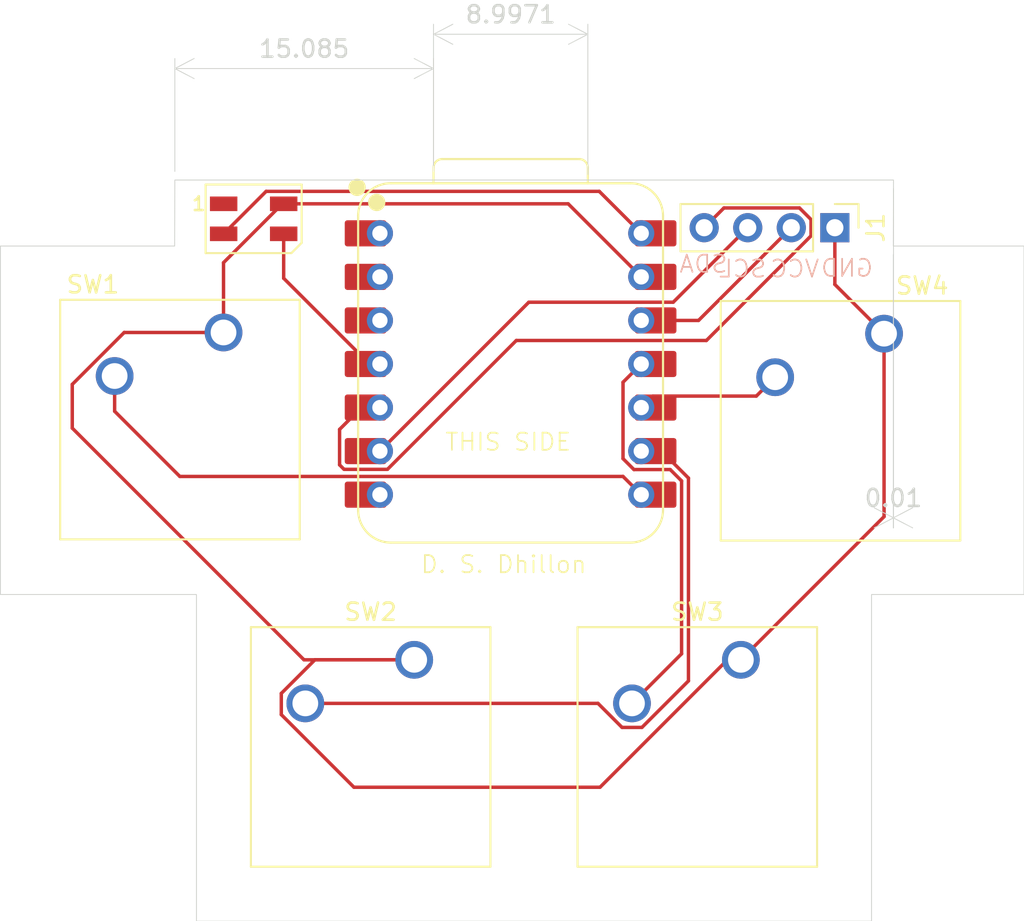
<source format=kicad_pcb>
(kicad_pcb (version 20241229) (generator "pcbnew") (generator_version "9.0")
  (layers (0 "F.Cu" signal) (2 "B.Cu" signal) (13 "F.Paste" user) (15 "B.Paste" user) (5 "F.SilkS" user "F.Silkscreen") (7 "B.SilkS" user "B.Silkscreen") (1 "F.Mask" user) (3 "B.Mask" user) (25 "Edge.Cuts" user))
  (net 0 "")
  (net 1 "GND")
  (net 3 "+5V")
  (net 4 "Net-(D1-DIN)")
  (net 5 "Net-(U1-GPIO3{slash}MOSI)")
  (net 6 "Net-(U1-GPIO4{slash}MISO)")
  (net 7 "Net-(U1-GPIO2{slash}SCK)")
  (net 8 "Net-(U1-GPIO1{slash}RX)")
  (net 11 "Net-(J1-Pin_2)")
  (net 12 "Net-(J1-Pin_4)")
  (net 14 "Net-(J1-Pin_3)")
  (footprint "Button_Switch_Keyboard:SW_Cherry_MX_1.00u_PCB" (layer "F.Cu") (at 196.85 68.58)
    (property "Reference" "SW3" (at -2.54 -2.794 0) (layer "F.SilkS"))
    (property "Value" "SW_Push")
    (fp_line (start -9.525 -1.905) (end 4.445 -1.905) (stroke (width 0.12)) (layer "F.SilkS"))
    (fp_line (start -9.525 12.065) (end -9.525 -1.905) (stroke (width 0.12)) (layer "F.SilkS"))
    (fp_line (start 4.445 -1.905) (end 4.445 12.065) (stroke (width 0.12)) (layer "F.SilkS"))
    (fp_line (start 4.445 12.065) (end -9.525 12.065) (stroke (width 0.12)) (layer "F.SilkS"))
    (pad "" np_thru_hole circle (at -7.62 5.08) (size 1.7 1.7) (drill 1.7) (layers "*.Cu" "*.Mask"))
    (pad "" np_thru_hole circle (at -2.54 5.08) (size 4 4) (drill 4) (layers "*.Cu" "*.Mask"))
    (pad "" np_thru_hole circle (at 2.54 5.08) (size 1.7 1.7) (drill 1.7) (layers "*.Cu" "*.Mask"))
    (pad "1" thru_hole circle (at 0 0) (size 2.2 2.2) (drill 1.5) (layers "*.Cu" "*.Mask") (net 1 "GND"))
    (pad "2" thru_hole circle (at -6.35 2.54) (size 2.2 2.2) (drill 1.5) (layers "*.Cu" "*.Mask") (net 5 "Net-(U1-GPIO3{slash}MOSI)"))
  )
  (footprint "Button_Switch_Keyboard:SW_Cherry_MX_1.00u_PCB" (layer "F.Cu") (at 205.2 49.56)
    (property "Reference" "SW4" (at 2.2225 -2.794 0) (layer "F.SilkS"))
    (property "Value" "SW_Push")
    (fp_line (start -9.525 -1.905) (end 4.445 -1.905) (stroke (width 0.12)) (layer "F.SilkS"))
    (fp_line (start -9.525 12.065) (end -9.525 -1.905) (stroke (width 0.12)) (layer "F.SilkS"))
    (fp_line (start 4.445 -1.905) (end 4.445 12.065) (stroke (width 0.12)) (layer "F.SilkS"))
    (fp_line (start 4.445 12.065) (end -9.525 12.065) (stroke (width 0.12)) (layer "F.SilkS"))
    (pad "" np_thru_hole circle (at -7.62 5.08) (size 1.7 1.7) (drill 1.7) (layers "*.Cu" "*.Mask"))
    (pad "" np_thru_hole circle (at -2.54 5.08) (size 4 4) (drill 4) (layers "*.Cu" "*.Mask"))
    (pad "" np_thru_hole circle (at 2.54 5.08) (size 1.7 1.7) (drill 1.7) (layers "*.Cu" "*.Mask"))
    (pad "1" thru_hole circle (at 0 0) (size 2.2 2.2) (drill 1.5) (layers "*.Cu" "*.Mask") (net 1 "GND"))
    (pad "2" thru_hole circle (at -6.35 2.54) (size 2.2 2.2) (drill 1.5) (layers "*.Cu" "*.Mask") (net 6 "Net-(U1-GPIO4{slash}MISO)"))
  )
  (footprint "LED_SMD:LED_SK6812MINI_PLCC4_3.5x3.5mm_P1.75mm" (layer "F.Cu") (at 168.4375 42.8625)
    (property "Reference" "D1" (hide yes))
    (property "Value" "SK6812MINI")
    (fp_line (start -2.8 -2) (end -2.8 2) (stroke (width 0.12)) (layer "F.SilkS"))
    (fp_line (start -2.8 -2) (end 2.8 -2) (stroke (width 0.12)) (layer "F.SilkS"))
    (fp_line (start -2.8 2) (end 2.2 2) (stroke (width 0.12)) (layer "F.SilkS"))
    (fp_line (start 2.8 1.4) (end 2.2 2) (stroke (width 0.12)) (layer "F.SilkS"))
    (fp_line (start 2.8 1.4) (end 2.8 -2) (stroke (width 0.12)) (layer "F.SilkS"))
    (fp_text user "1" (at -3.2 -0.875 0) (layer "F.SilkS") (effects (font (size 0.8 0.8))))
    (pad "1" smd rect (at -1.75 -0.875) (size 1.6 0.85) (layers "F.Cu" "F.Mask" "F.Paste"))
    (pad "2" smd rect (at -1.75 0.875) (size 1.6 0.85) (layers "F.Cu" "F.Mask" "F.Paste") (net 3 "+5V"))
    (pad "3" smd rect (at 1.75 0.875) (size 1.6 0.85) (layers "F.Cu" "F.Mask" "F.Paste") (net 4 "Net-(D1-DIN)"))
    (pad "4" smd rect (at 1.75 -0.875) (size 1.6 0.85) (layers "F.Cu" "F.Mask" "F.Paste") (net 1 "GND"))
  )
  (footprint "OPL:XIAO-RP2040-DIP" (layer "F.Cu") (at 183.42 51.3285)
    (property "Reference" "U1" (hide yes))
    (property "Value" "XIAO-RP2040-DIP")
    (fp_line (start -8.89 8.509) (end -8.89 -8.636) (stroke (width 0.127)) (layer "F.SilkS"))
    (fp_line (start -6.985 10.414) (end 6.985 10.414) (stroke (width 0.127)) (layer "F.SilkS"))
    (fp_line (start -4.495 -10.541) (end -4.491272 -11.451272) (stroke (width 0.127)) (layer "F.SilkS"))
    (fp_line (start -3.991272 -11.951) (end 4.004 -11.951) (stroke (width 0.127)) (layer "F.SilkS"))
    (fp_line (start 4.504 -11.451) (end 4.504 -10.541) (stroke (width 0.127)) (layer "F.SilkS"))
    (fp_line (start 6.985 -10.541) (end -6.985 -10.541) (stroke (width 0.1)) (layer "F.SilkS"))
    (fp_line (start 6.985 -10.541) (end -6.985 -10.541) (stroke (width 0.127)) (layer "F.SilkS"))
    (fp_line (start 8.89 8.509) (end 8.89 -8.636) (stroke (width 0.127)) (layer "F.SilkS"))
    (fp_arc (start -8.89 -8.636) (mid -8.332038 -9.983038) (end -6.985 -10.541) (stroke (width 0.127)) (layer "F.SilkS"))
    (fp_arc (start -6.985 10.414) (mid -8.332038 9.856038) (end -8.89 8.509) (stroke (width 0.127)) (layer "F.SilkS"))
    (fp_arc (start -4.491272 -11.451272) (mid -4.344728 -11.80464) (end -3.991272 -11.951) (stroke (width 0.127)) (layer "F.SilkS"))
    (fp_arc (start 4.004 -11.951) (mid 4.357553 -11.804553) (end 4.504 -11.451) (stroke (width 0.127)) (layer "F.SilkS"))
    (fp_arc (start 6.985 -10.541) (mid 8.332038 -9.983038) (end 8.89 -8.636) (stroke (width 0.127)) (layer "F.SilkS"))
    (fp_arc (start 8.89 8.509) (mid 8.332038 9.856038) (end 6.985 10.414) (stroke (width 0.127)) (layer "F.SilkS"))
    (fp_circle (center -8.95 -10.3) (end -8.95 -10.554) (stroke (width 0.5)) (fill yes) (layer "F.SilkS"))
    (fp_circle (center -7.807 -9.42) (end -7.807 -9.674) (stroke (width 0.5)) (fill yes) (layer "F.SilkS"))
    (pad "1" smd roundrect (at -8.455 -7.62 180) (size 2.432 1.524) (layers "F.Cu" "F.Mask") (roundrect_rratio 0.1))
    (pad "1" thru_hole circle (at -7.62 -7.62 180) (size 1.524 1.524) (drill 0.889) (layers "*.Cu" "*.Mask"))
    (pad "2" smd roundrect (at -8.455 -5.08 180) (size 2.432 1.524) (layers "F.Cu" "F.Mask") (roundrect_rratio 0.1))
    (pad "2" thru_hole circle (at -7.62 -5.08 180) (size 1.524 1.524) (drill 0.889) (layers "*.Cu" "*.Mask"))
    (pad "3" smd roundrect (at -8.455 -2.54 180) (size 2.432 1.524) (layers "F.Cu" "F.Mask") (roundrect_rratio 0.1))
    (pad "3" thru_hole circle (at -7.62 -2.54 180) (size 1.524 1.524) (drill 0.889) (layers "*.Cu" "*.Mask"))
    (pad "4" smd roundrect (at -8.455 0 180) (size 2.432 1.524) (layers "F.Cu" "F.Mask") (roundrect_rratio 0.1) (net 4 "Net-(D1-DIN)"))
    (pad "4" thru_hole circle (at -7.62 0 180) (size 1.524 1.524) (drill 0.889) (layers "*.Cu" "*.Mask") (net 4 "Net-(D1-DIN)"))
    (pad "5" smd roundrect (at -8.455 2.54 180) (size 2.432 1.524) (layers "F.Cu" "F.Mask") (roundrect_rratio 0.1) (net 12 "Net-(J1-Pin_4)"))
    (pad "5" thru_hole circle (at -7.62 2.54 180) (size 1.524 1.524) (drill 0.889) (layers "*.Cu" "*.Mask") (net 12 "Net-(J1-Pin_4)"))
    (pad "6" smd roundrect (at -8.455 5.08 180) (size 2.432 1.524) (layers "F.Cu" "F.Mask") (roundrect_rratio 0.1) (net 14 "Net-(J1-Pin_3)"))
    (pad "6" thru_hole circle (at -7.62 5.08 180) (size 1.524 1.524) (drill 0.889) (layers "*.Cu" "*.Mask") (net 14 "Net-(J1-Pin_3)"))
    (pad "7" smd roundrect (at -8.455 7.62 180) (size 2.432 1.524) (layers "F.Cu" "F.Mask") (roundrect_rratio 0.1))
    (pad "7" thru_hole circle (at -7.62 7.62 180) (size 1.524 1.524) (drill 0.889) (layers "*.Cu" "*.Mask"))
    (pad "8" thru_hole circle (at 7.62 7.62) (size 1.524 1.524) (drill 0.889) (layers "*.Cu" "*.Mask") (net 8 "Net-(U1-GPIO1{slash}RX)"))
    (pad "8" smd roundrect (at 8.455 7.62) (size 2.432 1.524) (layers "F.Cu" "F.Mask") (roundrect_rratio 0.1) (net 8 "Net-(U1-GPIO1{slash}RX)"))
    (pad "9" thru_hole circle (at 7.62 5.08) (size 1.524 1.524) (drill 0.889) (layers "*.Cu" "*.Mask") (net 7 "Net-(U1-GPIO2{slash}SCK)"))
    (pad "9" smd roundrect (at 8.455 5.08) (size 2.432 1.524) (layers "F.Cu" "F.Mask") (roundrect_rratio 0.1) (net 7 "Net-(U1-GPIO2{slash}SCK)"))
    (pad "10" thru_hole circle (at 7.62 2.54) (size 1.524 1.524) (drill 0.889) (layers "*.Cu" "*.Mask") (net 6 "Net-(U1-GPIO4{slash}MISO)"))
    (pad "10" smd roundrect (at 8.455 2.54) (size 2.432 1.524) (layers "F.Cu" "F.Mask") (roundrect_rratio 0.1) (net 6 "Net-(U1-GPIO4{slash}MISO)"))
    (pad "11" thru_hole circle (at 7.62 0) (size 1.524 1.524) (drill 0.889) (layers "*.Cu" "*.Mask") (net 5 "Net-(U1-GPIO3{slash}MOSI)"))
    (pad "11" smd roundrect (at 8.455 0) (size 2.432 1.524) (layers "F.Cu" "F.Mask") (roundrect_rratio 0.1) (net 5 "Net-(U1-GPIO3{slash}MOSI)"))
    (pad "12" thru_hole circle (at 7.62 -2.54) (size 1.524 1.524) (drill 0.889) (layers "*.Cu" "*.Mask") (net 11 "Net-(J1-Pin_2)"))
    (pad "12" smd roundrect (at 8.455 -2.54) (size 2.432 1.524) (layers "F.Cu" "F.Mask") (roundrect_rratio 0.1) (net 11 "Net-(J1-Pin_2)"))
    (pad "13" thru_hole circle (at 7.62 -5.08) (size 1.524 1.524) (drill 0.889) (layers "*.Cu" "*.Mask") (net 1 "GND"))
    (pad "13" smd roundrect (at 8.455 -5.08) (size 2.432 1.524) (layers "F.Cu" "F.Mask") (roundrect_rratio 0.1) (net 1 "GND"))
    (pad "14" thru_hole circle (at 7.62 -7.62) (size 1.524 1.524) (drill 0.889) (layers "*.Cu" "*.Mask") (net 3 "+5V"))
    (pad "14" smd roundrect (at 8.455 -7.62) (size 2.432 1.524) (layers "F.Cu" "F.Mask") (roundrect_rratio 0.1) (net 3 "+5V"))
  )
  (footprint "Button_Switch_Keyboard:SW_Cherry_MX_1.00u_PCB" (layer "F.Cu") (at 177.8 68.58)
    (property "Reference" "SW2" (at -2.54 -2.794 0) (layer "F.SilkS"))
    (property "Value" "SW_Push")
    (fp_line (start -9.525 -1.905) (end 4.445 -1.905) (stroke (width 0.12)) (layer "F.SilkS"))
    (fp_line (start -9.525 12.065) (end -9.525 -1.905) (stroke (width 0.12)) (layer "F.SilkS"))
    (fp_line (start 4.445 -1.905) (end 4.445 12.065) (stroke (width 0.12)) (layer "F.SilkS"))
    (fp_line (start 4.445 12.065) (end -9.525 12.065) (stroke (width 0.12)) (layer "F.SilkS"))
    (pad "" np_thru_hole circle (at -7.62 5.08) (size 1.7 1.7) (drill 1.7) (layers "*.Cu" "*.Mask"))
    (pad "" np_thru_hole circle (at -2.54 5.08) (size 4 4) (drill 4) (layers "*.Cu" "*.Mask"))
    (pad "" np_thru_hole circle (at 2.54 5.08) (size 1.7 1.7) (drill 1.7) (layers "*.Cu" "*.Mask"))
    (pad "1" thru_hole circle (at 0 0) (size 2.2 2.2) (drill 1.5) (layers "*.Cu" "*.Mask") (net 1 "GND"))
    (pad "2" thru_hole circle (at -6.35 2.54) (size 2.2 2.2) (drill 1.5) (layers "*.Cu" "*.Mask") (net 7 "Net-(U1-GPIO2{slash}SCK)"))
  )
  (footprint "Connector_PinHeader_2.54mm:PinHeader_1x04_P2.54mm_Vertical" (layer "F.Cu") (at 202.33 43.38 -90)
    (property "Reference" "J1" (at 0 -2.38 90) (layer "F.SilkS"))
    (property "Value" "Conn_01x04")
    (fp_line (start -1.38 9) (end 1.38 9) (stroke (width 0.12)) (layer "F.SilkS"))
    (fp_line (start -1.38 1.27) (end -1.38 9) (stroke (width 0.12)) (layer "F.SilkS"))
    (fp_line (start -1.38 1.27) (end 1.38 1.27) (stroke (width 0.12)) (layer "F.SilkS"))
    (fp_line (start 1.38 1.27) (end 1.38 9) (stroke (width 0.12)) (layer "F.SilkS"))
    (fp_line (start -1.38 0) (end -1.38 -1.38) (stroke (width 0.12)) (layer "F.SilkS"))
    (fp_line (start -1.38 -1.38) (end 0 -1.38) (stroke (width 0.12)) (layer "F.SilkS"))
    (pad "1" thru_hole rect (at 0 0 270) (size 1.7 1.7) (drill 1) (layers "*.Cu" "*.Mask") (net 1 "GND"))
    (pad "2" thru_hole circle (at 0 2.54 270) (size 1.7 1.7) (drill 1) (layers "*.Cu" "*.Mask") (net 11 "Net-(J1-Pin_2)"))
    (pad "3" thru_hole circle (at 0 5.08 270) (size 1.7 1.7) (drill 1) (layers "*.Cu" "*.Mask") (net 14 "Net-(J1-Pin_3)"))
    (pad "4" thru_hole circle (at 0 7.62 270) (size 1.7 1.7) (drill 1) (layers "*.Cu" "*.Mask") (net 12 "Net-(J1-Pin_4)"))
  )
  (footprint "Button_Switch_Keyboard:SW_Cherry_MX_1.00u_PCB" (layer "F.Cu") (at 166.68 49.49)
    (property "Reference" "SW1" (at -7.62 -2.794 0) (layer "F.SilkS"))
    (property "Value" "SW_Push")
    (fp_line (start -9.525 -1.905) (end 4.445 -1.905) (stroke (width 0.12)) (layer "F.SilkS"))
    (fp_line (start -9.525 12.065) (end -9.525 -1.905) (stroke (width 0.12)) (layer "F.SilkS"))
    (fp_line (start 4.445 -1.905) (end 4.445 12.065) (stroke (width 0.12)) (layer "F.SilkS"))
    (fp_line (start 4.445 12.065) (end -9.525 12.065) (stroke (width 0.12)) (layer "F.SilkS"))
    (pad "" np_thru_hole circle (at -7.62 5.08) (size 1.7 1.7) (drill 1.7) (layers "*.Cu" "*.Mask"))
    (pad "" np_thru_hole circle (at -2.54 5.08) (size 4 4) (drill 4) (layers "*.Cu" "*.Mask"))
    (pad "" np_thru_hole circle (at 2.54 5.08) (size 1.7 1.7) (drill 1.7) (layers "*.Cu" "*.Mask"))
    (pad "1" thru_hole circle (at 0 0) (size 2.2 2.2) (drill 1.5) (layers "*.Cu" "*.Mask") (net 1 "GND"))
    (pad "2" thru_hole circle (at -6.35 2.54) (size 2.2 2.2) (drill 1.5) (layers "*.Cu" "*.Mask") (net 8 "Net-(U1-GPIO1{slash}RX)"))
  )
  (gr_poly (pts (xy 213.36 64.77) (xy 204.47 64.77) (xy 204.47 83.82) (xy 165.1 83.82) (xy 165.1 64.77) (xy 153.67 64.77) (xy 153.67 44.45) (xy 163.83 44.45) (xy 163.84 40.6) (xy 205.75 40.6) (xy 205.74 44.45) (xy 213.36 44.45)) (stroke (width 0.05)) (fill no) (layer "Edge.Cuts"))
  (gr_text "D. S. Dhillon" (at 178.12 63.6 0) (layer "F.SilkS") (effects (font (size 1 1) (thickness 0.1)) (justify left bottom)))
  (gr_text "THIS SIDE" (at 179.55 56.46 0) (layer "F.SilkS") (effects (font (size 1 1) (thickness 0.1)) (justify left bottom)))
  (gr_text "VCC" (at 201.49 46.36 0) (layer "B.SilkS") (effects (font (size 1 1) (thickness 0.1)) (justify left bottom mirror)))
  (gr_text "GND" (at 204.63 46.32 0) (layer "B.SilkS") (effects (font (size 1 1) (thickness 0.1)) (justify left bottom mirror)))
  (gr_text "SCL" (at 198.4 46.36 0) (layer "B.SilkS") (effects (font (size 1 1) (thickness 0.1)) (justify left bottom mirror)))
  (gr_text "SDA" (at 196.14 46.08 0) (layer "B.SilkS") (effects (font (size 1 1) (thickness 0.1)) (justify left bottom mirror)))
  (dimension (type orthogonal) (layer "Edge.Cuts") (pts (xy 205.75 40.6) (xy 205.74 44.45)) (height 19.7) (orientation 0) (format (prefix "") (suffix "") (units 3) (units_format 0) (precision 4) (suppress_zeroes yes)) (style (thickness 0.05) (arrow_length 1.27) (text_position_mode 0) (arrow_direction outward) (extension_height 0.58642) (extension_offset 0.5) (keep_text_aligned yes)) (gr_text "0.01" (at 205.745 59.15 0) (layer "Edge.Cuts") (effects (font (size 1 1) (thickness 0.15)))))
  (dimension (type orthogonal) (layer "Edge.Cuts") (pts (xy 178.926864 40.6) (xy 187.924 40.7785)) (height -8.5) (orientation 0) (format (prefix "") (suffix "") (units 3) (units_format 0) (precision 4) (suppress_zeroes yes)) (style (thickness 0.05) (arrow_length 1.27) (text_position_mode 0) (arrow_direction outward) (extension_height 0.58642) (extension_offset 0.5) (keep_text_aligned yes)) (gr_text "8.9971" (at 183.425432 30.95 0) (layer "Edge.Cuts") (effects (font (size 1 1) (thickness 0.15)))))
  (dimension (type orthogonal) (layer "Edge.Cuts") (pts (xy 163.84 40.6) (xy 178.925 40.6)) (height -6.5) (orientation 0) (format (prefix "") (suffix "") (units 3) (units_format 0) (precision 4) (suppress_zeroes yes)) (style (thickness 0.05) (arrow_length 1.27) (text_position_mode 0) (arrow_direction outward) (extension_height 0.58642) (extension_offset 0.5) (keep_text_aligned yes)) (gr_text "15.085" (at 171.3825 32.95 0) (layer "Edge.Cuts") (effects (font (size 1 1) (thickness 0.15)))))
  (segment (start 157.859 55.06747) (end 157.859 52.519686) (width 0.2) (layer "F.Cu") (net 1))
  (segment (start 171.37153 68.58) (end 157.859 55.06747) (width 0.2) (layer "F.Cu") (net 1))
  (segment (start 205.2 60.23) (end 196.85 68.58) (width 0.2) (layer "F.Cu") (net 1))
  (segment (start 166.68 49.49) (end 166.68 45.418) (width 0.2) (layer "F.Cu") (net 1))
  (segment (start 177.8 68.58) (end 171.37153 68.58) (width 0.2) (layer "F.Cu") (net 1))
  (segment (start 170.049 71.773816) (end 170.049 70.539686) (width 0.2) (layer "F.Cu") (net 1))
  (segment (start 172.008686 68.58) (end 177.8 68.58) (width 0.2) (layer "F.Cu") (net 1))
  (segment (start 202.33 43.38) (end 202.33 46.69) (width 0.2) (layer "F.Cu") (net 1))
  (segment (start 174.286184 76.011) (end 170.049 71.773816) (width 0.2) (layer "F.Cu") (net 1))
  (segment (start 170.1105 41.9875) (end 170.1875 41.9875) (width 0.2) (layer "F.Cu") (net 1))
  (segment (start 188.634184 76.011) (end 174.286184 76.011) (width 0.2) (layer "F.Cu") (net 1))
  (segment (start 166.68 45.418) (end 170.1105 41.9875) (width 0.2) (layer "F.Cu") (net 1))
  (segment (start 196.85 68.58) (end 196.065184 68.58) (width 0.2) (layer "F.Cu") (net 1))
  (segment (start 196.065184 68.58) (end 188.634184 76.011) (width 0.2) (layer "F.Cu") (net 1))
  (segment (start 170.049 70.539686) (end 172.008686 68.58) (width 0.2) (layer "F.Cu") (net 1))
  (segment (start 157.859 52.519686) (end 160.888686 49.49) (width 0.2) (layer "F.Cu") (net 1))
  (segment (start 186.779 41.9875) (end 191.04 46.2485) (width 0.2) (layer "F.Cu") (net 1))
  (segment (start 202.33 46.69) (end 205.2 49.56) (width 0.2) (layer "F.Cu") (net 1))
  (segment (start 205.2 49.56) (end 205.2 60.23) (width 0.2) (layer "F.Cu") (net 1))
  (segment (start 160.888686 49.49) (end 166.68 49.49) (width 0.2) (layer "F.Cu") (net 1))
  (segment (start 170.1875 41.9875) (end 186.779 41.9875) (width 0.2) (layer "F.Cu") (net 1))
  (segment (start 169.1635 41.2615) (end 188.593 41.2615) (width 0.2) (layer "F.Cu") (net 3))
  (segment (start 188.593 41.2615) (end 191.04 43.7085) (width 0.2) (layer "F.Cu") (net 3))
  (segment (start 166.6875 43.7375) (end 169.1635 41.2615) (width 0.2) (layer "F.Cu") (net 3))
  (segment (start 175.186374 51.3285) (end 175.8 51.3285) (width 0.2) (layer "F.Cu") (net 4))
  (segment (start 170.1875 46.329626) (end 175.186374 51.3285) (width 0.2) (layer "F.Cu") (net 4))
  (segment (start 170.1875 43.7375) (end 170.1875 46.329626) (width 0.2) (layer "F.Cu") (net 4))
  (segment (start 189.977 52.3915) (end 191.04 51.3285) (width 0.2) (layer "F.Cu") (net 5))
  (segment (start 189.977 56.84881) (end 189.977 52.3915) (width 0.2) (layer "F.Cu") (net 5))
  (segment (start 192.729626 57.4845) (end 190.61269 57.4845) (width 0.2) (layer "F.Cu") (net 5))
  (segment (start 190.5 71.12) (end 193.392 68.228) (width 0.2) (layer "F.Cu") (net 5))
  (segment (start 193.392 68.228) (end 193.392 58.146874) (width 0.2) (layer "F.Cu") (net 5))
  (segment (start 193.392 58.146874) (end 192.729626 57.4845) (width 0.2) (layer "F.Cu") (net 5))
  (segment (start 190.61269 57.4845) (end 189.977 56.84881) (width 0.2) (layer "F.Cu") (net 5))
  (segment (start 198.85 52.1) (end 197.750001 53.199999) (width 0.2) (layer "F.Cu") (net 6))
  (segment (start 197.750001 53.199999) (end 191.708501 53.199999) (width 0.2) (layer "F.Cu") (net 6))
  (segment (start 191.708501 53.199999) (end 191.04 53.8685) (width 0.2) (layer "F.Cu") (net 6))
  (segment (start 193.793 57.980774) (end 192.220726 56.4085) (width 0.2) (layer "F.Cu") (net 7))
  (segment (start 193.793 69.808314) (end 193.793 57.980774) (width 0.2) (layer "F.Cu") (net 7))
  (segment (start 192.220726 56.4085) (end 191.04 56.4085) (width 0.2) (layer "F.Cu") (net 7))
  (segment (start 189.919686 72.521) (end 191.080314 72.521) (width 0.2) (layer "F.Cu") (net 7))
  (segment (start 191.080314 72.521) (end 193.793 69.808314) (width 0.2) (layer "F.Cu") (net 7))
  (segment (start 188.518686 71.12) (end 189.919686 72.521) (width 0.2) (layer "F.Cu") (net 7))
  (segment (start 171.45 71.12) (end 188.518686 71.12) (width 0.2) (layer "F.Cu") (net 7))
  (segment (start 160.33 52.03) (end 160.33 54.084816) (width 0.2) (layer "F.Cu") (net 8))
  (segment (start 164.130684 57.8855) (end 189.977 57.8855) (width 0.2) (layer "F.Cu") (net 8))
  (segment (start 160.33 54.084816) (end 164.130684 57.8855) (width 0.2) (layer "F.Cu") (net 8))
  (segment (start 189.977 57.8855) (end 191.04 58.9485) (width 0.2) (layer "F.Cu") (net 8))
  (segment (start 194.3815 48.7885) (end 191.04 48.7885) (width 0.2) (layer "F.Cu") (net 11))
  (segment (start 199.79 43.38) (end 194.3815 48.7885) (width 0.2) (layer "F.Cu") (net 11))
  (segment (start 174.72237 53.8685) (end 175.8 53.8685) (width 0.2) (layer "F.Cu") (net 12))
  (segment (start 194.83996 49.9578) (end 183.75401 49.9578) (width 0.2) (layer "F.Cu") (net 12))
  (segment (start 200.941 43.85676) (end 194.83996 49.9578) (width 0.2) (layer "F.Cu") (net 12))
  (segment (start 200.941 42.90324) (end 200.941 43.85676) (width 0.2) (layer "F.Cu") (net 12))
  (segment (start 200.26676 42.229) (end 200.941 42.90324) (width 0.2) (layer "F.Cu") (net 12))
  (segment (start 173.448 55.14287) (end 174.72237 53.8685) (width 0.2) (layer "F.Cu") (net 12))
  (segment (start 173.448 57.210126) (end 173.448 55.14287) (width 0.2) (layer "F.Cu") (net 12))
  (segment (start 173.709374 57.4715) (end 173.448 57.210126) (width 0.2) (layer "F.Cu") (net 12))
  (segment (start 194.71 43.38) (end 195.861 42.229) (width 0.2) (layer "F.Cu") (net 12))
  (segment (start 176.24031 57.4715) (end 173.709374 57.4715) (width 0.2) (layer "F.Cu") (net 12))
  (segment (start 183.75401 49.9578) (end 176.24031 57.4715) (width 0.2) (layer "F.Cu") (net 12))
  (segment (start 195.861 42.229) (end 200.26676 42.229) (width 0.2) (layer "F.Cu") (net 12))
  (segment (start 197.25 43.38) (end 192.9045 47.7255) (width 0.2) (layer "F.Cu") (net 14))
  (segment (start 192.9045 47.7255) (end 184.483 47.7255) (width 0.2) (layer "F.Cu") (net 14))
  (segment (start 184.483 47.7255) (end 175.8 56.4085) (width 0.2) (layer "F.Cu") (net 14))
)
</source>
